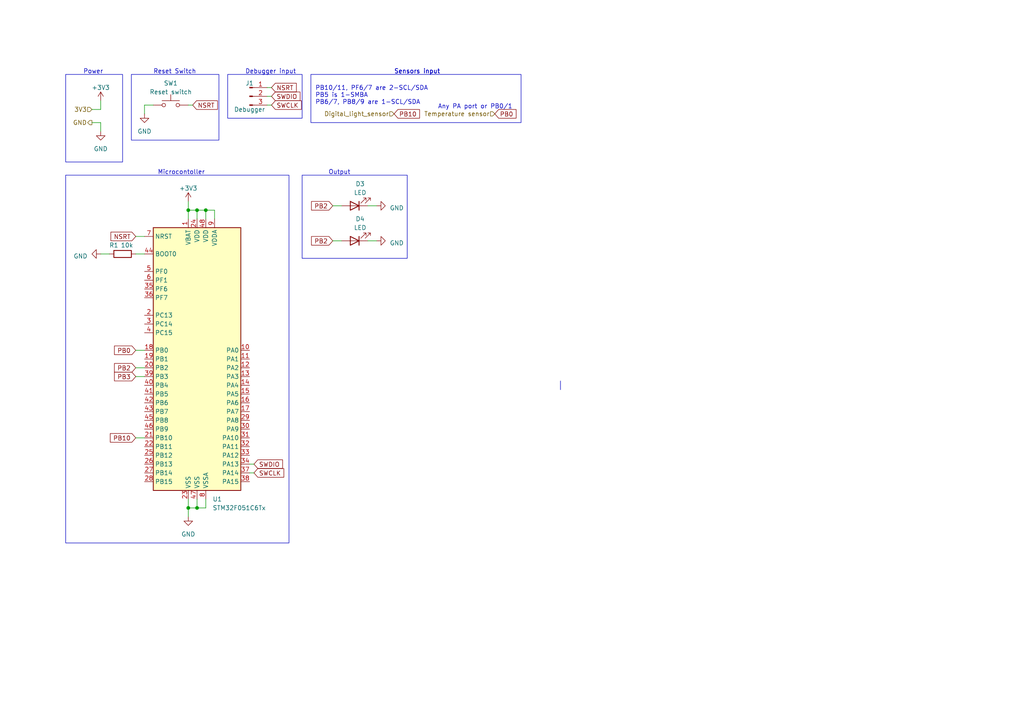
<source format=kicad_sch>
(kicad_sch (version 20230121) (generator eeschema)
  (paper "A4")
  (lib_symbols
    (symbol "Connector:Conn_01x03_Male" (pin_names (offset 1.016) hide)
      (property "Reference" "J" (at 0 5.08 0))
      (property "Value" "Conn_01x03_Male" (at 0 -5.08 0))
      (symbol "Conn_01x03_Male_1_1"
        (polyline (pts (xy 1.27 -2.54) (xy 0.8636 -2.54)) (stroke (width 0.1524)))
        (polyline (pts (xy 1.27 0) (xy 0.8636 0)) (stroke (width 0.1524)))
        (polyline (pts (xy 1.27 2.54) (xy 0.8636 2.54)) (stroke (width 0.1524)))
        (rectangle (start 0.8636 -2.413) (end 0 -2.667) (stroke (width 0.1524)) (fill (type outline)))
        (rectangle (start 0.8636 0.127) (end 0 -0.127) (stroke (width 0.1524)) (fill (type outline)))
        (rectangle (start 0.8636 2.667) (end 0 2.413) (stroke (width 0.1524)) (fill (type outline)))
        (pin passive line (at 5.08 2.54 180) (length 3.81) (name "Pin_1") (number "1"))
        (pin passive line (at 5.08 0 180) (length 3.81) (name "Pin_2") (number "2"))
        (pin passive line (at 5.08 -2.54 180) (length 3.81) (name "Pin_3") (number "3"))
      )
    )
    (symbol "Device:LED" (pin_numbers hide) (pin_names (offset 1.016) hide)
      (property "Reference" "D" (at 0 2.54 0))
      (property "Value" "LED" (at 0 -2.54 0))
      (symbol "LED_0_1"
        (polyline (pts (xy -1.27 -1.27) (xy -1.27 1.27)) (stroke (width 0.254)))
        (polyline (pts (xy -1.27 0) (xy 1.27 0)))
        (polyline (pts (xy 1.27 -1.27) (xy 1.27 1.27) (xy -1.27 0) (xy 1.27 -1.27)) (stroke (width 0.254)))
        (polyline (pts (xy -3.048 -0.762) (xy -4.572 -2.286) (xy -3.81 -2.286) (xy -4.572 -2.286) (xy -4.572 -1.524)))
        (polyline (pts (xy -1.778 -0.762) (xy -3.302 -2.286) (xy -2.54 -2.286) (xy -3.302 -2.286) (xy -3.302 -1.524)))
      )
      (symbol "LED_1_1"
        (pin passive line (at -3.81 0 0) (length 2.54) (name "K") (number "1"))
        (pin passive line (at 3.81 0 180) (length 2.54) (name "A") (number "2"))
      )
    )
    (symbol "Device:R" (pin_numbers hide) (pin_names (offset 0))
      (property "Reference" "R" (at 2.032 0 90))
      (property "Value" "R" (at 0 0 90))
      (symbol "R_0_1"
        (rectangle (start -1.016 -2.54) (end 1.016 2.54) (stroke (width 0.254)))
      )
      (symbol "R_1_1"
        (pin passive line (at 0 3.81 270) (length 1.27) (name "~") (number "1"))
        (pin passive line (at 0 -3.81 90) (length 1.27) (name "~") (number "2"))
      )
    )
    (symbol "MCU_ST_STM32F0:STM32F051C6Tx"
      (property "Reference" "U" (at -12.7 39.37 0))
      (property "Value" "STM32F051C6Tx" (at 7.62 39.37 0))
      (symbol "STM32F051C6Tx_0_1"
        (rectangle (start -12.7 -38.1) (end 12.7 38.1) (stroke (width 0.254)) (fill (type background)))
      )
      (symbol "STM32F051C6Tx_1_1"
        (pin power_in line (at -2.54 40.64 270) (length 2.54) (name "VBAT") (number "1"))
        (pin bidirectional line (at 15.24 2.54 180) (length 2.54) (name "PA0") (number "10"))
        (pin bidirectional line (at 15.24 0 180) (length 2.54) (name "PA1") (number "11"))
        (pin bidirectional line (at 15.24 -2.54 180) (length 2.54) (name "PA2") (number "12"))
        (pin bidirectional line (at 15.24 -5.08 180) (length 2.54) (name "PA3") (number "13"))
        (pin bidirectional line (at 15.24 -7.62 180) (length 2.54) (name "PA4") (number "14"))
        (pin bidirectional line (at 15.24 -10.16 180) (length 2.54) (name "PA5") (number "15"))
        (pin bidirectional line (at 15.24 -12.7 180) (length 2.54) (name "PA6") (number "16"))
        (pin bidirectional line (at 15.24 -15.24 180) (length 2.54) (name "PA7") (number "17"))
        (pin bidirectional line (at -15.24 2.54 0) (length 2.54) (name "PB0") (number "18"))
        (pin bidirectional line (at -15.24 0 0) (length 2.54) (name "PB1") (number "19"))
        (pin bidirectional line (at -15.24 12.7 0) (length 2.54) (name "PC13") (number "2"))
        (pin bidirectional line (at -15.24 -2.54 0) (length 2.54) (name "PB2") (number "20"))
        (pin bidirectional line (at -15.24 -22.86 0) (length 2.54) (name "PB10") (number "21"))
        (pin bidirectional line (at -15.24 -25.4 0) (length 2.54) (name "PB11") (number "22"))
        (pin power_in line (at -2.54 -40.64 90) (length 2.54) (name "VSS") (number "23"))
        (pin power_in line (at 0 40.64 270) (length 2.54) (name "VDD") (number "24"))
        (pin bidirectional line (at -15.24 -27.94 0) (length 2.54) (name "PB12") (number "25"))
        (pin bidirectional line (at -15.24 -30.48 0) (length 2.54) (name "PB13") (number "26"))
        (pin bidirectional line (at -15.24 -33.02 0) (length 2.54) (name "PB14") (number "27"))
        (pin bidirectional line (at -15.24 -35.56 0) (length 2.54) (name "PB15") (number "28"))
        (pin bidirectional line (at 15.24 -17.78 180) (length 2.54) (name "PA8") (number "29"))
        (pin bidirectional line (at -15.24 10.16 0) (length 2.54) (name "PC14") (number "3"))
        (pin bidirectional line (at 15.24 -20.32 180) (length 2.54) (name "PA9") (number "30"))
        (pin bidirectional line (at 15.24 -22.86 180) (length 2.54) (name "PA10") (number "31"))
        (pin bidirectional line (at 15.24 -25.4 180) (length 2.54) (name "PA11") (number "32"))
        (pin bidirectional line (at 15.24 -27.94 180) (length 2.54) (name "PA12") (number "33"))
        (pin bidirectional line (at 15.24 -30.48 180) (length 2.54) (name "PA13") (number "34"))
        (pin bidirectional line (at -15.24 20.32 0) (length 2.54) (name "PF6") (number "35"))
        (pin bidirectional line (at -15.24 17.78 0) (length 2.54) (name "PF7") (number "36"))
        (pin bidirectional line (at 15.24 -33.02 180) (length 2.54) (name "PA14") (number "37"))
        (pin bidirectional line (at 15.24 -35.56 180) (length 2.54) (name "PA15") (number "38"))
        (pin bidirectional line (at -15.24 -5.08 0) (length 2.54) (name "PB3") (number "39"))
        (pin bidirectional line (at -15.24 7.62 0) (length 2.54) (name "PC15") (number "4"))
        (pin bidirectional line (at -15.24 -7.62 0) (length 2.54) (name "PB4") (number "40"))
        (pin bidirectional line (at -15.24 -10.16 0) (length 2.54) (name "PB5") (number "41"))
        (pin bidirectional line (at -15.24 -12.7 0) (length 2.54) (name "PB6") (number "42"))
        (pin bidirectional line (at -15.24 -15.24 0) (length 2.54) (name "PB7") (number "43"))
        (pin input line (at -15.24 30.48 0) (length 2.54) (name "BOOT0") (number "44"))
        (pin bidirectional line (at -15.24 -17.78 0) (length 2.54) (name "PB8") (number "45"))
        (pin bidirectional line (at -15.24 -20.32 0) (length 2.54) (name "PB9") (number "46"))
        (pin power_in line (at 0 -40.64 90) (length 2.54) (name "VSS") (number "47"))
        (pin power_in line (at 2.54 40.64 270) (length 2.54) (name "VDD") (number "48"))
        (pin input line (at -15.24 25.4 0) (length 2.54) (name "PF0") (number "5"))
        (pin input line (at -15.24 22.86 0) (length 2.54) (name "PF1") (number "6"))
        (pin input line (at -15.24 35.56 0) (length 2.54) (name "NRST") (number "7"))
        (pin power_in line (at 2.54 -40.64 90) (length 2.54) (name "VSSA") (number "8"))
        (pin power_in line (at 5.08 40.64 270) (length 2.54) (name "VDDA") (number "9"))
      )
    )
    (symbol "Switch:SW_Push" (pin_numbers hide) (pin_names (offset 1.016) hide)
      (property "Reference" "SW" (at 1.27 2.54 0))
      (property "Value" "SW_Push" (at 0 -1.524 0))
      (symbol "SW_Push_0_1"
        (circle (center -2.032 0) (radius 0.508))
        (polyline (pts (xy 0 1.27) (xy 0 3.048)))
        (polyline (pts (xy 2.54 1.27) (xy -2.54 1.27)))
        (circle (center 2.032 0) (radius 0.508))
        (pin passive line (at -5.08 0 0) (length 2.54) (name "1") (number "1"))
        (pin passive line (at 5.08 0 180) (length 2.54) (name "2") (number "2"))
      )
    )
    (symbol "power:+3V3" (power) (pin_names (offset 0))
      (property "Value" "+3V3" (at 0 3.556 0))
      (symbol "+3V3_0_1"
        (polyline (pts (xy -0.762 1.27) (xy 0 2.54)))
        (polyline (pts (xy 0 0) (xy 0 2.54)))
        (polyline (pts (xy 0 2.54) (xy 0.762 1.27)))
      )
      (symbol "+3V3_1_1"
        (pin power_in line (at 0 0 90) (length 0) hide (name "+3V3") (number "1"))
      )
    )
    (symbol "power:GND" (power) (pin_names (offset 0))
      (property "Value" "GND" (at 0 -3.81 0))
      (symbol "GND_0_1"
        (polyline (pts (xy 0 0) (xy 0 -1.27) (xy 1.27 -1.27) (xy 0 -2.54) (xy -1.27 -1.27) (xy 0 -1.27)))
      )
      (symbol "GND_1_1"
        (pin power_in line (at 0 0 270) (length 0) hide (name "GND") (number "1"))
      )
    )
  )
  (junction (at 57.15 147.32))
  (junction (at 57.15 60.96))
  (junction (at 59.69 60.96))
  (junction (at 54.61 60.96))
  (junction (at 54.61 147.32))
  (wire (pts (xy 54.61 147.32) (xy 57.15 147.32)))
  (wire (pts (xy 72.39 137.16) (xy 73.66 137.16)))
  (wire (pts (xy 57.15 147.32) (xy 59.69 147.32)))
  (wire (pts (xy 54.61 144.78) (xy 54.61 147.32)))
  (wire (pts (xy 59.69 147.32) (xy 59.69 144.78)))
  (wire (pts (xy 77.47 25.4) (xy 78.74 25.4)))
  (wire (pts (xy 39.37 127) (xy 41.91 127)))
  (wire (pts (xy 39.37 106.68) (xy 41.91 106.68)))
  (wire (pts (xy 39.37 68.58) (xy 41.91 68.58)))
  (wire (pts (xy 26.67 31.75) (xy 29.21 31.75)))
  (wire (pts (xy 96.52 69.85) (xy 99.06 69.85)))
  (wire (pts (xy 54.61 63.5) (xy 54.61 60.96)))
  (wire (pts (xy 77.47 30.48) (xy 78.74 30.48)))
  (wire (pts (xy 57.15 144.78) (xy 57.15 147.32)))
  (wire (pts (xy 106.68 59.69) (xy 109.22 59.69)))
  (wire (pts (xy 26.67 35.56) (xy 29.21 35.56)))
  (wire (pts (xy 39.37 109.22) (xy 41.91 109.22)))
  (wire (pts (xy 54.61 58.42) (xy 54.61 60.96)))
  (wire (pts (xy 59.69 60.96) (xy 59.69 63.5)))
  (wire (pts (xy 29.21 73.66) (xy 31.75 73.66)))
  (wire (pts (xy 57.15 60.96) (xy 59.69 60.96)))
  (wire (pts (xy 41.91 30.48) (xy 41.91 33.02)))
  (wire (pts (xy 72.39 134.62) (xy 73.66 134.62)))
  (wire (pts (xy 54.61 147.32) (xy 54.61 149.86)))
  (wire (pts (xy 62.23 60.96) (xy 62.23 63.5)))
  (wire (pts (xy 39.37 73.66) (xy 41.91 73.66)))
  (wire (pts (xy 39.37 101.6) (xy 41.91 101.6)))
  (wire (pts (xy 44.45 30.48) (xy 41.91 30.48)))
  (wire (pts (xy 54.61 30.48) (xy 55.88 30.48)))
  (wire (pts (xy 59.69 60.96) (xy 62.23 60.96)))
  (wire (pts (xy 96.52 59.69) (xy 99.06 59.69)))
  (wire (pts (xy 57.15 60.96) (xy 57.15 63.5)))
  (wire (pts (xy 77.47 27.94) (xy 78.74 27.94)))
  (wire (pts (xy 106.68 69.85) (xy 109.22 69.85)))
  (wire (pts (xy 54.61 60.96) (xy 57.15 60.96)))
  (wire (pts (xy 29.21 35.56) (xy 29.21 38.1)))
  (wire (pts (xy 29.21 31.75) (xy 29.21 29.21)))
  (rectangle (start 19.05 21.59) (end 35.56 46.99))
  (rectangle (start 38.1 21.59) (end 63.5 40.64))
  (rectangle (start 66.04 21.59) (end 87.63 34.29))
  (rectangle (start 90.17 21.59) (end 151.13 35.56))
  (rectangle (start 87.63 50.8) (end 118.11 74.93))
  (rectangle (start 162.56 110.49) (end 162.56 113.03))
  (rectangle (start 19.05 50.8) (end 83.82 157.48))
  (text "Reset Switch" (at 44.45 21.59 0) (effects (font (size 1.27 1.27)) (justify left bottom)))
  (text "Any PA port or PB0/1" (at 127 31.75 0) (effects (font (size 1.27 1.27)) (justify left bottom)))
  (text "Microcontoller" (at 45.72 50.8 0) (effects (font (size 1.27 1.27)) (justify left bottom)))
  (text "Power" (at 24.13 21.59 0) (effects (font (size 1.27 1.27)) (justify left bottom)))
  (text "Sensors input" (at 114.3 21.59 0) (effects (font (size 1.27 1.27)) (justify left bottom)))
  (text "Sensors input" (at 114.3 21.59 0) (effects (font (size 1.27 1.27)) (justify left bottom)))
  (text "Output" (at 95.25 50.8 0) (effects (font (size 1.27 1.27)) (justify left bottom)))
  (text "Debugger input" (at 71.12 21.59 0) (effects (font (size 1.27 1.27)) (justify left bottom)))
  (text "PB10/11, PF6/7 are 2-SCL/SDA\nPB5 is 1-SMBA\nPB6/7, PB8/9 are 1-SCL/SDA" (at 91.44 30.48 0) (effects (font (size 1.27 1.27)) (justify left bottom)))
  (global_label "PB3" (shape input) (at 39.37 109.22 180) (property "Intersheetrefs" "${INTERSHEET_REFS}" (effects hide)))
  (global_label "PB2" (shape input) (at 96.52 59.69 180) (property "Intersheetrefs" "${INTERSHEET_REFS}" (effects hide)))
  (global_label "PB2" (shape input) (at 39.37 106.68 180) (property "Intersheetrefs" "${INTERSHEET_REFS}" (effects hide)))
  (global_label "PB0" (shape input) (at 39.37 101.6 180) (property "Intersheetrefs" "${INTERSHEET_REFS}" (effects hide)))
  (global_label "PB10" (shape input) (at 114.3 33.02 0) (property "Intersheetrefs" "${INTERSHEET_REFS}" (effects hide)))
  (global_label "NSRT" (shape input) (at 39.37 68.58 180) (property "Intersheetrefs" "${INTERSHEET_REFS}" (effects hide)))
  (global_label "PB0" (shape input) (at 143.51 33.02 0) (property "Intersheetrefs" "${INTERSHEET_REFS}" (effects hide)))
  (global_label "NSRT" (shape input) (at 55.88 30.48 0) (property "Intersheetrefs" "${INTERSHEET_REFS}" (effects hide)))
  (global_label "PB2" (shape input) (at 96.52 69.85 180) (property "Intersheetrefs" "${INTERSHEET_REFS}" (effects hide)))
  (global_label "SWDIO" (shape input) (at 78.74 27.94 0) (property "Intersheetrefs" "${INTERSHEET_REFS}" (effects hide)))
  (global_label "SWDIO" (shape input) (at 73.66 134.62 0) (property "Intersheetrefs" "${INTERSHEET_REFS}" (effects hide)))
  (global_label "SWCLK" (shape input) (at 78.74 30.48 0) (property "Intersheetrefs" "${INTERSHEET_REFS}" (effects hide)))
  (global_label "SWCLK" (shape input) (at 73.66 137.16 0) (property "Intersheetrefs" "${INTERSHEET_REFS}" (effects hide)))
  (global_label "PB10" (shape input) (at 39.37 127 180) (property "Intersheetrefs" "${INTERSHEET_REFS}" (effects hide)))
  (global_label "NSRT" (shape input) (at 78.74 25.4 0) (property "Intersheetrefs" "${INTERSHEET_REFS}" (effects hide)))
  (hierarchical_label "Digital_light_sensor" (shape input) (at 114.3 33.02 180))
  (hierarchical_label "GND" (shape output) (at 26.67 35.56 180))
  (hierarchical_label "3V3" (shape input) (at 26.67 31.75 180))
  (hierarchical_label "Temperature sensor" (shape input) (at 143.51 33.02 180))
  (symbol (lib_id "power:GND") (at 41.91 33.02 0) (unit 1)
    (property "Reference" "#PWR05" (effects hide))
    (property "Value" "GND" (at 41.91 38.1 0))
  )
  (symbol (lib_id "Switch:SW_Push") (at 49.53 30.48 0) (unit 1)
    (property "Reference" "SW1" (at 49.53 24.13 0))
    (property "Value" "Reset switch" (at 49.53 26.67 0))
  )
  (symbol (lib_id "Device:LED") (at 102.87 69.85 180) (unit 1)
    (property "Reference" "D4" (at 104.4575 63.5 0))
    (property "Value" "LED" (at 104.4575 66.04 0))
  )
  (symbol (lib_id "power:+3V3") (at 54.61 58.42 0) (unit 1)
    (property "Reference" "#PWR04" (effects hide))
    (property "Value" "+3V3" (at 54.61 54.61 0))
  )
  (symbol (lib_id "power:GND") (at 54.61 149.86 0) (unit 1)
    (property "Reference" "#PWR03" (effects hide))
    (property "Value" "GND" (at 54.61 154.94 0))
  )
  (symbol (lib_id "power:GND") (at 109.22 69.85 90) (unit 1)
    (property "Reference" "#PWR026" (effects hide))
    (property "Value" "GND" (at 113.03 70.485 90) (effects (justify right)))
  )
  (symbol (lib_id "Device:LED") (at 102.87 59.69 180) (unit 1)
    (property "Reference" "D3" (at 104.4575 53.34 0))
    (property "Value" "LED" (at 104.4575 55.88 0))
  )
  (symbol (lib_id "power:GND") (at 29.21 73.66 270) (unit 1)
    (property "Reference" "#PWR06" (effects hide))
    (property "Value" "GND" (at 25.4 74.295 90) (effects (justify right)))
  )
  (symbol (lib_id "power:+3V3") (at 29.21 29.21 0) (unit 1)
    (property "Reference" "#PWR01" (effects hide))
    (property "Value" "+3V3" (at 29.21 25.4 0))
  )
  (symbol (lib_id "Connector:Conn_01x03_Male") (at 72.39 27.94 0) (unit 1)
    (property "Reference" "J1" (at 72.39 24.13 0))
    (property "Value" "Debugger" (at 72.39 31.75 0))
  )
  (symbol (lib_id "power:GND") (at 29.21 38.1 0) (unit 1)
    (property "Reference" "#PWR02" (effects hide))
    (property "Value" "GND" (at 29.21 43.18 0))
  )
  (symbol (lib_id "MCU_ST_STM32F0:STM32F051C6Tx") (at 57.15 104.14 0) (unit 1)
    (property "Reference" "U1" (at 61.6459 144.78 0) (effects (justify left)))
    (property "Value" "STM32F051C6Tx" (at 61.6459 147.32 0) (effects (justify left)))
    (property "Footprint" "Package_QFP:LQFP-48_7x7mm_P0.5mm" (effects hide))
    (property "Datasheet" "http://www.st.com/st-web-ui/static/active/en/resource/technical/document/datasheet/DM00039193.pdf" (effects hide))
  )
  (symbol (lib_id "power:GND") (at 109.22 59.69 90) (unit 1)
    (property "Reference" "#PWR025" (effects hide))
    (property "Value" "GND" (at 113.03 60.325 90) (effects (justify right)))
  )
  (symbol (lib_id "Device:R") (at 35.56 73.66 90) (unit 1)
    (property "Reference" "R1" (at 33.02 71.12 90))
    (property "Value" "10k" (at 36.83 71.12 90))
  )
)
</source>
